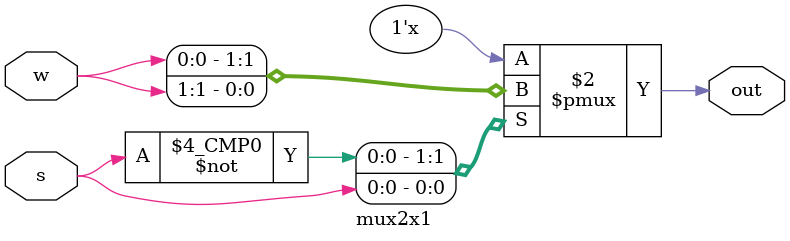
<source format=v>
module mux2x1(w,s,out);
    input [1:0] w;
    input s;
    output reg out;

    always@(w or s)
    begin
        case (s)
            1'b0:out = w[0];
            1'b1:out = w[1]; 
        endcase
    end
endmodule
</source>
